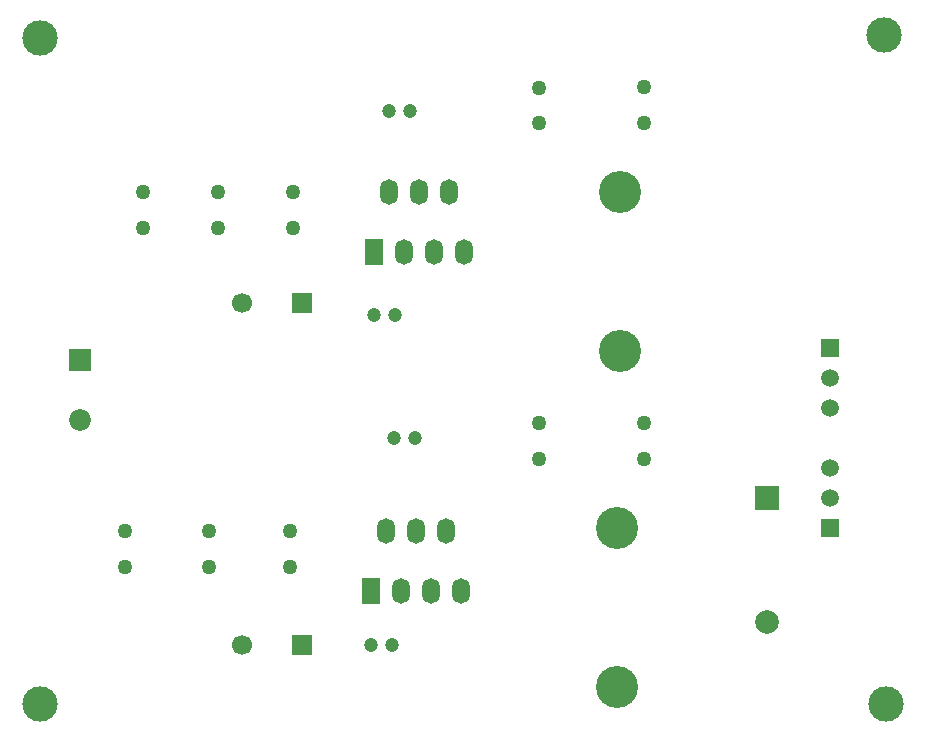
<source format=gtl>
G04 Layer_Physical_Order=1*
G04 Layer_Color=255*
%FSLAX24Y24*%
%MOIN*%
G70*
G01*
G75*
%ADD10O,0.0600X0.0850*%
%ADD11R,0.0600X0.0850*%
%ADD12R,0.0591X0.0591*%
%ADD13C,0.0591*%
%ADD14R,0.0728X0.0728*%
%ADD15C,0.0728*%
%ADD16C,0.1400*%
%ADD17C,0.0787*%
%ADD18R,0.0787X0.0787*%
%ADD19R,0.0669X0.0669*%
%ADD20C,0.0669*%
%ADD21C,0.0500*%
%ADD22C,0.0472*%
%ADD23C,0.1181*%
D10*
X23700Y15400D02*
D03*
X24700D02*
D03*
X25700D02*
D03*
X25200Y17400D02*
D03*
X24200D02*
D03*
X23200D02*
D03*
X25800Y26700D02*
D03*
X24800D02*
D03*
X23800D02*
D03*
X25300Y28700D02*
D03*
X24300D02*
D03*
X23300D02*
D03*
D11*
X22700Y15400D02*
D03*
X22800Y26700D02*
D03*
D12*
X38000Y17500D02*
D03*
Y23500D02*
D03*
D13*
X38000Y18500D02*
D03*
Y19500D02*
D03*
Y21500D02*
D03*
Y22500D02*
D03*
D14*
X13000Y23100D02*
D03*
D15*
X13000Y21100D02*
D03*
D16*
X30900Y12200D02*
D03*
Y17500D02*
D03*
X31000Y23400D02*
D03*
Y28700D02*
D03*
D17*
X35900Y14382D02*
D03*
D18*
X35900Y18500D02*
D03*
D19*
X20400Y13600D02*
D03*
Y25000D02*
D03*
D20*
X18400Y13600D02*
D03*
Y25000D02*
D03*
D21*
X14500Y16210D02*
D03*
Y17390D02*
D03*
X17300Y16210D02*
D03*
Y17390D02*
D03*
X20000Y16210D02*
D03*
Y17390D02*
D03*
X28300Y19820D02*
D03*
Y21000D02*
D03*
X31800Y19820D02*
D03*
Y21000D02*
D03*
Y31020D02*
D03*
Y32200D02*
D03*
X28300Y32180D02*
D03*
Y31000D02*
D03*
X20100Y28690D02*
D03*
Y27510D02*
D03*
X17600Y28690D02*
D03*
Y27510D02*
D03*
X15100Y28690D02*
D03*
Y27510D02*
D03*
D22*
X22700Y13600D02*
D03*
X23400D02*
D03*
X24150Y20500D02*
D03*
X23450D02*
D03*
X23500Y24600D02*
D03*
X22800D02*
D03*
X24000Y31400D02*
D03*
X23300D02*
D03*
D23*
X11650Y11650D02*
D03*
Y33850D02*
D03*
X39850Y11650D02*
D03*
X39800Y33950D02*
D03*
M02*

</source>
